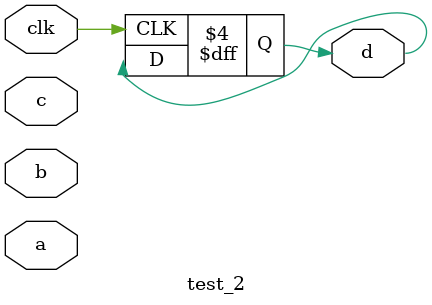
<source format=v>
`timescale 1ns/1ps

module test_2 (
    input a,
    input b,
    input c,
    input clk,
    output reg d
);


always @(posedge clk) begin
    if (clk) begin
        // Reset condition, force d to 1'b1
       // force d = 1'b1;
    end else begin
        // Your original logic
        d <= (a | b) & c;
        // If you want to force d to 1'b0 under certain conditions, you can use something like:
        // if (some_condition) force d = 1'b0;
    end
end

endmodule

</source>
